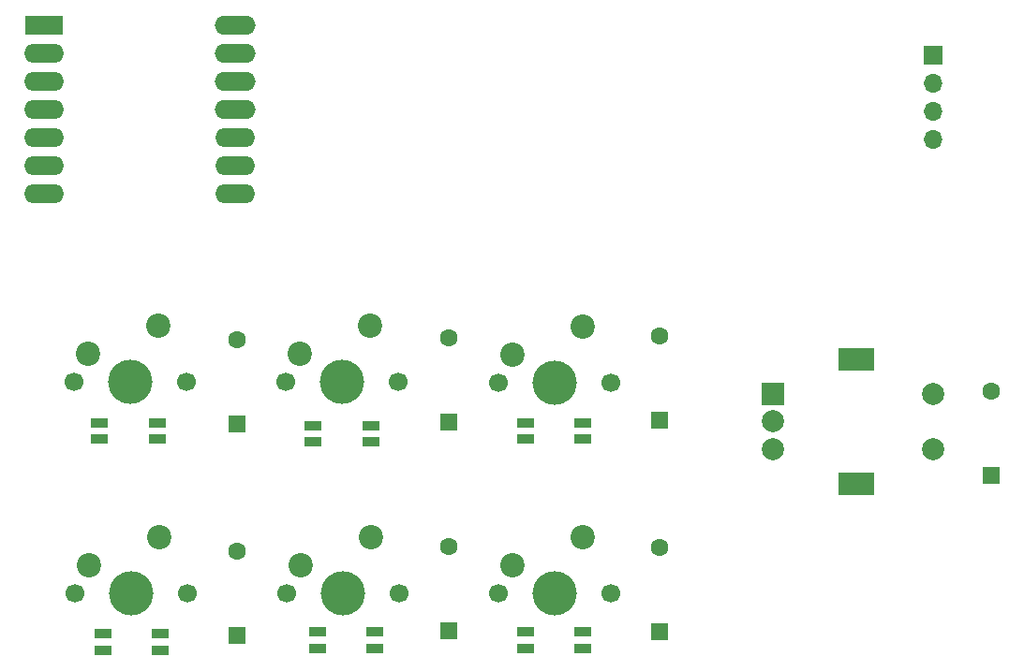
<source format=gbr>
%TF.GenerationSoftware,KiCad,Pcbnew,9.0.7*%
%TF.CreationDate,2026-02-26T06:36:33+05:30*%
%TF.ProjectId,Pomopad,506f6d6f-7061-4642-9e6b-696361645f70,rev?*%
%TF.SameCoordinates,Original*%
%TF.FileFunction,Soldermask,Bot*%
%TF.FilePolarity,Negative*%
%FSLAX46Y46*%
G04 Gerber Fmt 4.6, Leading zero omitted, Abs format (unit mm)*
G04 Created by KiCad (PCBNEW 9.0.7) date 2026-02-26 06:36:33*
%MOMM*%
%LPD*%
G01*
G04 APERTURE LIST*
G04 Aperture macros list*
%AMRoundRect*
0 Rectangle with rounded corners*
0 $1 Rounding radius*
0 $2 $3 $4 $5 $6 $7 $8 $9 X,Y pos of 4 corners*
0 Add a 4 corners polygon primitive as box body*
4,1,4,$2,$3,$4,$5,$6,$7,$8,$9,$2,$3,0*
0 Add four circle primitives for the rounded corners*
1,1,$1+$1,$2,$3*
1,1,$1+$1,$4,$5*
1,1,$1+$1,$6,$7*
1,1,$1+$1,$8,$9*
0 Add four rect primitives between the rounded corners*
20,1,$1+$1,$2,$3,$4,$5,0*
20,1,$1+$1,$4,$5,$6,$7,0*
20,1,$1+$1,$6,$7,$8,$9,0*
20,1,$1+$1,$8,$9,$2,$3,0*%
G04 Aperture macros list end*
%ADD10C,1.700000*%
%ADD11C,4.000000*%
%ADD12C,2.200000*%
%ADD13RoundRect,0.082000X-0.718000X0.328000X-0.718000X-0.328000X0.718000X-0.328000X0.718000X0.328000X0*%
%ADD14R,2.000000X2.000000*%
%ADD15C,2.000000*%
%ADD16R,3.200000X2.000000*%
%ADD17R,3.500000X1.700000*%
%ADD18O,3.600000X1.700000*%
%ADD19O,3.700000X1.700000*%
%ADD20R,1.700000X1.700000*%
%ADD21O,1.700000X1.700000*%
%ADD22RoundRect,0.250000X0.550000X-0.550000X0.550000X0.550000X-0.550000X0.550000X-0.550000X-0.550000X0*%
%ADD23C,1.600000*%
G04 APERTURE END LIST*
D10*
%TO.C,SW7*%
X201549000Y-100753000D03*
D11*
X206629000Y-100753000D03*
D10*
X211709000Y-100753000D03*
D12*
X209169000Y-95673000D03*
X202819000Y-98213000D03*
%TD*%
D13*
%TO.C,D1*%
X165519001Y-85350158D03*
X165519001Y-86850158D03*
X170719001Y-86850158D03*
X170719001Y-85350158D03*
%TD*%
%TO.C,D2*%
X184839000Y-85613000D03*
X184839000Y-87113000D03*
X190039000Y-87113000D03*
X190039000Y-85613000D03*
%TD*%
%TO.C,D8*%
X165809000Y-104463000D03*
X165809000Y-105963000D03*
X171009000Y-105963000D03*
X171009000Y-104463000D03*
%TD*%
D10*
%TO.C,SW6*%
X201549000Y-81733000D03*
D11*
X206629000Y-81733000D03*
D10*
X211709000Y-81733000D03*
D12*
X209169000Y-76653000D03*
X202819000Y-79193000D03*
%TD*%
D10*
%TO.C,SW5*%
X182419000Y-100753000D03*
D11*
X187499000Y-100753000D03*
D10*
X192579000Y-100753000D03*
D12*
X190039000Y-95673000D03*
X183689000Y-98213000D03*
%TD*%
D14*
%TO.C,SW1*%
X226379000Y-82743000D03*
D15*
X226379000Y-87743000D03*
X226379000Y-85243000D03*
D16*
X233879000Y-79643000D03*
X233879000Y-90843000D03*
D15*
X240879000Y-87743000D03*
X240879000Y-82743000D03*
%TD*%
D13*
%TO.C,D7*%
X185186500Y-104253000D03*
X185186500Y-105753000D03*
X190386500Y-105753000D03*
X190386500Y-104253000D03*
%TD*%
D17*
%TO.C,U1*%
X160529000Y-49433000D03*
D18*
X160529000Y-51973000D03*
X160529000Y-54513000D03*
X160529000Y-57053000D03*
X160529000Y-59593000D03*
X160529000Y-62133000D03*
X160529000Y-64673000D03*
X177779000Y-64673000D03*
X177779000Y-62133000D03*
X177779000Y-59593000D03*
D19*
X177779000Y-57053000D03*
X177779000Y-54513000D03*
X177779000Y-51973000D03*
X177779000Y-49433000D03*
%TD*%
D10*
%TO.C,SW3*%
X163279000Y-100803000D03*
D11*
X168359000Y-100803000D03*
D10*
X173439000Y-100803000D03*
D12*
X170899000Y-95723000D03*
X164549000Y-98263000D03*
%TD*%
D13*
%TO.C,D6*%
X203986500Y-104253000D03*
X203986500Y-105753000D03*
X209186500Y-105753000D03*
X209186500Y-104253000D03*
%TD*%
D10*
%TO.C,SW4*%
X182389000Y-81693000D03*
D11*
X187469000Y-81693000D03*
D10*
X192549000Y-81693000D03*
D12*
X190009000Y-76613000D03*
X183659000Y-79153000D03*
%TD*%
D13*
%TO.C,D3*%
X203989001Y-85350158D03*
X203989001Y-86850158D03*
X209189001Y-86850158D03*
X209189001Y-85350158D03*
%TD*%
D20*
%TO.C,J1*%
X240859000Y-52143000D03*
D21*
X240859000Y-54683000D03*
X240859000Y-57223000D03*
X240859000Y-59763000D03*
%TD*%
D10*
%TO.C,SW2*%
X163239000Y-81693000D03*
D11*
X168319000Y-81693000D03*
D10*
X173399000Y-81693000D03*
D12*
X170859000Y-76613000D03*
X164509000Y-79153000D03*
%TD*%
D22*
%TO.C,D12*%
X177909000Y-85503000D03*
D23*
X177909000Y-77883000D03*
%TD*%
D22*
%TO.C,D15*%
X197049000Y-104183000D03*
D23*
X197049000Y-96563000D03*
%TD*%
D22*
%TO.C,D17*%
X216139000Y-104253000D03*
D23*
X216139000Y-96633000D03*
%TD*%
D22*
%TO.C,D16*%
X216159000Y-85113000D03*
D23*
X216159000Y-77493000D03*
%TD*%
D22*
%TO.C,D14*%
X197069000Y-85303000D03*
D23*
X197069000Y-77683000D03*
%TD*%
D22*
%TO.C,D13*%
X177919000Y-104633000D03*
D23*
X177919000Y-97013000D03*
%TD*%
D22*
%TO.C,D11*%
X246099000Y-90143000D03*
D23*
X246099000Y-82523000D03*
%TD*%
M02*

</source>
